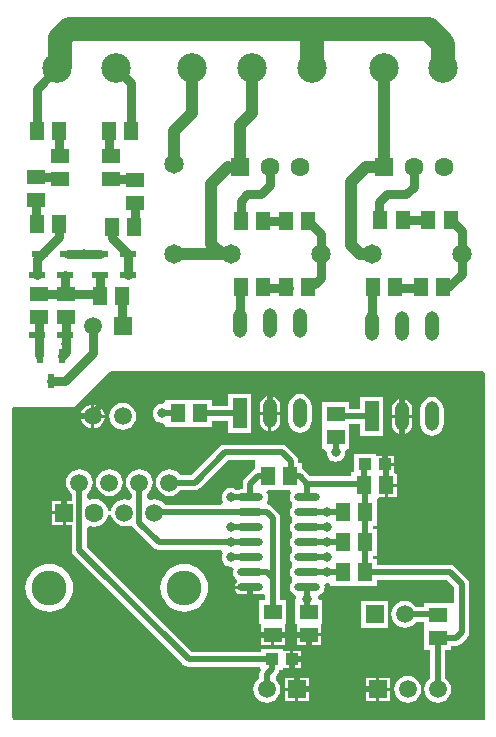
<source format=gbr>
%FSDAX24Y24*%
%MOIN*%
%SFA1B1*%

%IPPOS*%
%ADD10R,0.051200X0.059100*%
%ADD11O,0.086600X0.023600*%
%ADD12R,0.059100X0.051200*%
%ADD13R,0.057100X0.021700*%
%ADD14R,0.023600X0.051200*%
%ADD15R,0.043300X0.039400*%
%ADD16C,0.039400*%
%ADD17C,0.030000*%
%ADD18C,0.020000*%
%ADD19C,0.078700*%
%ADD20R,0.059100X0.059100*%
%ADD21C,0.059100*%
%ADD22R,0.059100X0.059100*%
%ADD23C,0.098400*%
%ADD24C,0.065000*%
%ADD25O,0.047200X0.098400*%
%ADD26R,0.047200X0.098400*%
%ADD27C,0.063000*%
%ADD28R,0.063000X0.063000*%
%ADD29C,0.116100*%
%ADD30C,0.063000*%
%ADD31C,0.059100*%
%ADD32R,0.059100X0.059100*%
%ADD33C,0.031500*%
%ADD37C,0.010000*%
%ADD62C,0.005000*%
%LNde-060418_copper_signal_top-1*%
%LPD*%
G54D62*
X015689Y011575D02*
X015723Y011541D01*
Y000025*
X000081*
X000025Y000081*
Y010374*
X002110Y010375*
X003310Y011575*
X015689*
G54D37*
X015668Y011525D02*
X015673Y011520D01*
Y000075*
X000102*
X000075Y000102*
Y010324*
X002131Y010325*
X003331Y011525*
X015668*
G54D18*
X015627Y011425D02*
X015573Y011479D01*
Y000174*
X000143Y000175*
X000175Y000143*
Y010224*
X002172Y010225*
X003372Y011425*
X015627*
X000210Y000250D02*
X015550D01*
X000210Y000450D02*
X015550D01*
X000210Y000650D02*
X015550D01*
X000210Y000850D02*
X015550D01*
X000210Y001050D02*
X015550D01*
X000210Y001250D02*
X015550D01*
X000210Y001450D02*
X015550D01*
X000210Y001650D02*
X015550D01*
X000210Y001850D02*
X015550D01*
X000210Y002050D02*
X015550D01*
X000210Y002250D02*
X015550D01*
X000210Y002450D02*
X015550D01*
X000210Y002650D02*
X015550D01*
X000210Y002850D02*
X015550D01*
X000210Y003050D02*
X015550D01*
X000210Y003250D02*
X015550D01*
X000210Y003450D02*
X015550D01*
X000210Y003650D02*
X015550D01*
X000210Y003850D02*
X015550D01*
X000210Y004050D02*
X015550D01*
X000210Y004250D02*
X015550D01*
X000210Y004450D02*
X015550D01*
X000210Y004650D02*
X015550D01*
X000210Y004850D02*
X015550D01*
X000210Y005050D02*
X015550D01*
X000210Y005250D02*
X015550D01*
X000210Y005450D02*
X015550D01*
X000210Y005650D02*
X015550D01*
X000210Y005850D02*
X015550D01*
X000210Y006050D02*
X015550D01*
X000210Y006250D02*
X015550D01*
X000210Y006450D02*
X015550D01*
X000210Y006650D02*
X015550D01*
X000210Y006850D02*
X015550D01*
X000210Y007050D02*
X015550D01*
X000210Y007250D02*
X015550D01*
X000210Y007450D02*
X015550D01*
X000210Y007650D02*
X015550D01*
X000210Y007850D02*
X015550D01*
X000210Y008050D02*
X015550D01*
X000210Y008250D02*
X015550D01*
X000210Y008450D02*
X015550D01*
X000210Y008650D02*
X015550D01*
X000210Y008850D02*
X015550D01*
X000210Y009050D02*
X015550D01*
X000210Y009250D02*
X015550D01*
X000210Y009450D02*
X015550D01*
X000210Y009650D02*
X015550D01*
X000210Y009850D02*
X015550D01*
X000210Y010050D02*
X015550D01*
X002210Y010250D02*
X015550D01*
X002410Y010450D02*
X015550D01*
X002610Y010650D02*
X015550D01*
X002810Y010850D02*
X015550D01*
X003010Y011050D02*
X015550D01*
X003210Y011250D02*
X015550D01*
%LNde-060418_copper_signal_top-2*%
%LPC*%
G36*
X010295Y002776D02*
X009950D01*
Y002470*
X010295*
Y002776*
G37*
G36*
X012545Y003945D02*
X011655D01*
Y003055*
X012545*
Y003945*
G37*
G36*
X009850Y002776D02*
X009505D01*
Y002470*
X009850*
Y002776*
G37*
G36*
X008650D02*
X008305D01*
Y002470*
X008650*
Y002776*
G37*
G36*
X009095D02*
X008750D01*
Y002470*
X009095*
Y002776*
G37*
G36*
X001700Y006840D02*
X001355D01*
Y006494*
X001700*
Y006840*
G37*
G36*
Y007285D02*
X001355D01*
Y006940*
X001700*
Y007285*
G37*
G36*
X007905Y004350D02*
X007428D01*
X007435Y004315*
X007483Y004243*
X007555Y004195*
X007640Y004178*
X007905*
Y004350*
G37*
G36*
X001250Y005183D02*
X001095Y005168D01*
X000946Y005123*
X000809Y005049*
X000689Y004951*
X000590Y004830*
X000517Y004693*
X000472Y004544*
X000456Y004390*
X000472Y004235*
X000517Y004086*
X000590Y003949*
X000689Y003828*
X000809Y003730*
X000946Y003656*
X001095Y003611*
X001250Y003596*
X001405Y003611*
X001554Y003656*
X001691Y003730*
X001811Y003828*
X001910Y003949*
X001983Y004086*
X002028Y004235*
X002044Y004390*
X002028Y004544*
X001983Y004693*
X001910Y004830*
X001811Y004951*
X001691Y005049*
X001554Y005123*
X001405Y005168*
X001250Y005183*
G37*
G36*
X005750D02*
X005595Y005168D01*
X005446Y005123*
X005309Y005049*
X005189Y004951*
X005090Y004830*
X005017Y004693*
X004972Y004544*
X004956Y004390*
X004972Y004235*
X005017Y004086*
X005090Y003949*
X005189Y003828*
X005309Y003730*
X005446Y003656*
X005595Y003611*
X005750Y003596*
X005905Y003611*
X006054Y003656*
X006191Y003730*
X006311Y003828*
X006410Y003949*
X006483Y004086*
X006528Y004235*
X006544Y004390*
X006528Y004544*
X006483Y004693*
X006410Y004830*
X006311Y004951*
X006191Y005049*
X006054Y005123*
X005905Y005168*
X005750Y005183*
G37*
G36*
X009651Y002297D02*
X009385D01*
Y002050*
X009651*
Y002297*
G37*
G36*
X012150Y000950D02*
X011805D01*
Y000605*
X012150*
Y000950*
G37*
G36*
X012595D02*
X012250D01*
Y000605*
X012595*
Y000950*
G37*
G36*
X009895D02*
X009550D01*
Y000605*
X009895*
Y000950*
G37*
G36*
X013200Y001449D02*
X013084Y001434D01*
X012975Y001389*
X012882Y001318*
X012811Y001225*
X012766Y001116*
X012751Y001000*
X012766Y000884*
X012811Y000775*
X012882Y000682*
X012975Y000611*
X013084Y000566*
X013200Y000551*
X013316Y000566*
X013425Y000611*
X013518Y000682*
X013589Y000775*
X013634Y000884*
X013649Y001000*
X013634Y001116*
X013589Y001225*
X013518Y001318*
X013425Y001389*
X013316Y001434*
X013200Y001449*
G37*
G36*
X009450Y000950D02*
X009105D01*
Y000605*
X009450*
Y000950*
G37*
G36*
X012595Y001395D02*
X012250D01*
Y001050*
X012595*
Y001395*
G37*
G36*
X009651Y001950D02*
X009385D01*
Y001703*
X009651*
Y001950*
G37*
G36*
X012150Y001395D02*
X011805D01*
Y001050*
X012150*
Y001395*
G37*
G36*
X009450D02*
X009105D01*
Y001050*
X009450*
Y001395*
G37*
G36*
X009895D02*
X009550D01*
Y001050*
X009895*
Y001395*
G37*
G36*
X002750Y010492D02*
Y010150D01*
X003092*
X003085Y010203*
X003045Y010299*
X002982Y010382*
X002899Y010445*
X002803Y010485*
X002750Y010492*
G37*
G36*
X012950Y010688D02*
X012912Y010683D01*
X012830Y010650*
X012760Y010596*
X012706Y010525*
X012672Y010444*
X012661Y010356*
Y010150*
X012950*
Y010688*
G37*
G36*
X002650Y010492D02*
X002597Y010485D01*
X002501Y010445*
X002418Y010382*
X002355Y010299*
X002315Y010203*
X002308Y010150*
X002650*
Y010492*
G37*
G36*
Y010050D02*
X002308D01*
X002315Y009997*
X002355Y009901*
X002418Y009818*
X002501Y009755*
X002597Y009715*
X002650Y009708*
Y010050*
G37*
G36*
X003092D02*
X002750D01*
Y009708*
X002803Y009715*
X002899Y009755*
X002982Y009818*
X003045Y009901*
X003085Y009997*
X003092Y010050*
G37*
G36*
X012386Y010742D02*
X011614D01*
Y010355*
X011245*
Y010580*
X010355*
Y009768*
Y009020*
X010417*
X010493Y008920*
X010490Y008900*
X010500Y008820*
X010531Y008745*
X010581Y008681*
X010645Y008631*
X010720Y008600*
X010800Y008590*
X010880Y008600*
X010955Y008631*
X011019Y008681*
X011069Y008745*
X011100Y008820*
X011110Y008900*
X011107Y008920*
X011183Y009020*
X011245*
Y009845*
X011614*
Y009458*
X012386*
Y010742*
G37*
G36*
X007986Y010842D02*
X007214D01*
Y010455*
X006680*
Y010645*
X005120*
Y010583*
X005020Y010507*
X005000Y010510*
X004920Y010500*
X004845Y010469*
X004781Y010419*
X004731Y010355*
X004700Y010280*
X004690Y010200*
X004700Y010120*
X004731Y010045*
X004781Y009981*
X004845Y009931*
X004920Y009900*
X005000Y009890*
X005020Y009893*
X005120Y009817*
Y009755*
X006680*
Y009945*
X007214*
Y009558*
X007986*
Y010842*
G37*
G36*
X008650Y010788D02*
Y010250D01*
X008939*
Y010456*
X008928Y010544*
X008894Y010625*
X008840Y010696*
X008770Y010750*
X008688Y010783*
X008650Y010788*
G37*
G36*
X013050Y010688D02*
Y010150D01*
X013339*
Y010356*
X013328Y010444*
X013294Y010525*
X013240Y010596*
X013170Y010650*
X013088Y010683*
X013050Y010688*
G37*
G36*
X008550Y010788D02*
X008512Y010783D01*
X008430Y010750*
X008360Y010696*
X008306Y010625*
X008272Y010544*
X008261Y010456*
Y010250*
X008550*
Y010788*
G37*
G36*
X003700Y010549D02*
X003584Y010534D01*
X003475Y010489*
X003382Y010418*
X003311Y010325*
X003266Y010216*
X003251Y010100*
X003266Y009984*
X003311Y009875*
X003382Y009782*
X003475Y009711*
X003584Y009666*
X003700Y009651*
X003816Y009666*
X003925Y009711*
X004018Y009782*
X004089Y009875*
X004134Y009984*
X004149Y010100*
X004134Y010216*
X004089Y010325*
X004018Y010418*
X003925Y010489*
X003816Y010534*
X003700Y010549*
G37*
G36*
X012751Y008797D02*
X012485D01*
Y008550*
X012751*
Y008797*
G37*
G36*
X014000Y010745D02*
X013899Y010732D01*
X013805Y010693*
X013725Y010631*
X013663Y010551*
X013624Y010457*
X013610Y010356*
Y009844*
X013624Y009743*
X013663Y009649*
X013725Y009569*
X013805Y009507*
X013899Y009468*
X014000Y009455*
X014101Y009468*
X014195Y009507*
X014275Y009569*
X014337Y009649*
X014376Y009743*
X014390Y009844*
Y010356*
X014376Y010457*
X014337Y010551*
X014275Y010631*
X014195Y010693*
X014101Y010732*
X014000Y010745*
G37*
G36*
X009000Y009155D02*
X007100D01*
X007002Y009135*
X006920Y009080*
X005984Y008145*
X005616*
X005568Y008207*
X005475Y008279*
X005366Y008323*
X005250Y008339*
X005134Y008323*
X005025Y008279*
X004932Y008207*
X004861Y008114*
X004816Y008006*
X004801Y007890*
X004816Y007773*
X004861Y007665*
X004932Y007572*
X005025Y007501*
X005134Y007456*
X005250Y007440*
X005366Y007456*
X005475Y007501*
X005568Y007572*
X005616Y007635*
X006090*
X006187Y007654*
X006270Y007709*
X007206Y008645*
X008120*
Y008545*
Y008339*
X008102Y008335*
X008020Y008280*
X007775Y008035*
X007720Y007953*
X007700Y007855*
Y007670*
X007640*
X007570Y007661*
X007555Y007655*
X007473*
X007455Y007669*
X007380Y007700*
X007300Y007710*
X007220Y007700*
X007145Y007669*
X007081Y007619*
X007031Y007555*
X007000Y007480*
X006990Y007400*
X007000Y007320*
X007027Y007255*
X007013Y007216*
X006974Y007155*
X005108*
X005068Y007207*
X004975Y007279*
X004866Y007323*
X004750Y007339*
X004634Y007323*
X004605Y007311*
X004505Y007378*
Y007524*
X004568Y007572*
X004639Y007665*
X004684Y007773*
X004699Y007890*
X004684Y008006*
X004639Y008114*
X004568Y008207*
X004475Y008279*
X004366Y008323*
X004250Y008339*
X004134Y008323*
X004025Y008279*
X003932Y008207*
X003861Y008114*
X003816Y008006*
X003801Y007890*
X003816Y007773*
X003861Y007665*
X003932Y007572*
X003995Y007524*
Y007378*
X003895Y007311*
X003866Y007323*
X003750Y007339*
X003634Y007323*
X003525Y007279*
X003432Y007207*
X003361Y007114*
X003316Y007006*
X003310Y006962*
X003210*
X003203Y007011*
X003156Y007124*
X003082Y007221*
X002984Y007296*
X002871Y007343*
X002750Y007359*
X002629Y007343*
X002600Y007331*
X002500Y007398*
Y007520*
X002568Y007572*
X002639Y007665*
X002684Y007773*
X002699Y007890*
X002684Y008006*
X002639Y008114*
X002568Y008207*
X002475Y008279*
X002366Y008323*
X002250Y008339*
X002134Y008323*
X002025Y008279*
X001932Y008207*
X001861Y008114*
X001816Y008006*
X001801Y007890*
X001816Y007773*
X001861Y007665*
X001932Y007572*
X001990Y007528*
Y007285*
X001800*
Y006890*
Y006494*
X001990*
Y005655*
X002010Y005557*
X002065Y005474*
X005720Y001820*
X005802Y001765*
X005900Y001745*
X008273*
X008276Y001732*
X008292Y001638*
X008264Y001598*
X008259Y001570*
X008255Y001548*
X008245Y001500*
Y001366*
X008182Y001318*
X008111Y001225*
X008066Y001116*
X008051Y001000*
X008066Y000884*
X008111Y000775*
X008182Y000682*
X008275Y000611*
X008384Y000566*
X008500Y000551*
X008616Y000566*
X008725Y000611*
X008818Y000682*
X008889Y000775*
X008934Y000884*
X008949Y001000*
X008934Y001116*
X008889Y001225*
X008818Y001318*
X008815Y001319*
X008808Y001447*
X008846Y001485*
X008901Y001568*
X008918Y001653*
X009032*
Y001703*
X009285*
Y002000*
Y002297*
X009032*
Y002347*
X008299*
Y002255*
X006006*
X002500Y005760*
Y006382*
X002600Y006448*
X002629Y006437*
X002750Y006421*
X002871Y006437*
X002984Y006483*
X003082Y006558*
X003156Y006655*
X003203Y006768*
X003210Y006818*
X003310*
X003316Y006773*
X003361Y006665*
X003432Y006572*
X003525Y006501*
X003634Y006456*
X003750Y006440*
X003866Y006456*
X003908Y006473*
X004011Y006453*
X004035Y006421*
X004070Y006370*
X004720Y005720*
X004802Y005665*
X004900Y005645*
X006974*
X007013Y005584*
X007027Y005545*
X007000Y005480*
X006990Y005400*
X007000Y005320*
X007031Y005245*
X007081Y005181*
X007145Y005131*
X007220Y005100*
X007300Y005090*
X007326Y005093*
X007343Y005081*
X007392Y005001*
X007379Y004970*
X007370Y004900*
X007379Y004830*
X007406Y004765*
X007449Y004709*
X007487Y004680*
X007497Y004608*
X007492Y004563*
X007483Y004557*
X007435Y004485*
X007428Y004450*
X007955*
Y004400*
X008005*
Y004178*
X008270*
X008345Y004193*
X008364Y004189*
X008445Y004134*
Y003980*
X008255*
Y003168*
X008305*
Y002876*
X009095*
Y003168*
X009145*
Y003980*
X008955*
Y004700*
Y006700*
X008935Y006798*
X008880Y006880*
X008680Y007080*
X008598Y007135*
X008539Y007147*
X008497Y007234*
Y007255*
X008504Y007265*
X008531Y007330*
X008540Y007400*
X008531Y007470*
X008504Y007535*
X008489Y007555*
X008536Y007655*
X009264*
X009311Y007555*
X009296Y007535*
X009269Y007470*
X009259Y007400*
X009269Y007330*
X009296Y007265*
X009339Y007209*
Y007091*
X009296Y007035*
X009269Y006970*
X009259Y006900*
X009269Y006830*
X009296Y006765*
X009339Y006709*
Y006591*
X009296Y006535*
X009269Y006470*
X009259Y006400*
X009269Y006330*
X009296Y006265*
X009339Y006209*
Y006091*
X009296Y006035*
X009269Y005970*
X009259Y005900*
X009269Y005830*
X009296Y005765*
X009339Y005709*
Y005591*
X009296Y005535*
X009269Y005470*
X009259Y005400*
X009269Y005330*
X009296Y005265*
X009339Y005209*
Y005091*
X009296Y005035*
X009269Y004970*
X009259Y004900*
X009269Y004830*
X009296Y004765*
X009339Y004709*
Y004591*
X009296Y004535*
X009269Y004470*
X009259Y004400*
X009269Y004330*
X009296Y004265*
X009339Y004209*
X009395Y004166*
X009443Y004146*
X009480Y004067*
X009487Y004041*
X009455Y003980*
Y003168*
X009505*
Y002876*
X010295*
Y003168*
X010345*
Y003980*
X010235*
X010203Y004041*
X010210Y004067*
X010247Y004146*
X010295Y004166*
X010351Y004209*
X010394Y004265*
X010421Y004330*
X010430Y004400*
X010421Y004470*
X010482Y004558*
X010542Y004569*
X010620Y004506*
Y004455*
X012180*
Y004645*
X014494*
X014745Y004394*
Y003880*
X014645*
X013755*
Y003755*
X013466*
X013418Y003818*
X013325Y003889*
X013216Y003934*
X013100Y003949*
X012984Y003934*
X012875Y003889*
X012782Y003818*
X012711Y003725*
X012666Y003616*
X012651Y003500*
X012666Y003384*
X012711Y003275*
X012782Y003182*
X012875Y003111*
X012984Y003066*
X013100Y003051*
X013216Y003066*
X013325Y003111*
X013418Y003182*
X013466Y003245*
X013755*
Y003068*
Y002320*
X013945*
Y001366*
X013882Y001318*
X013811Y001225*
X013766Y001116*
X013751Y001000*
X013766Y000884*
X013811Y000775*
X013882Y000682*
X013975Y000611*
X014084Y000566*
X014200Y000551*
X014316Y000566*
X014425Y000611*
X014518Y000682*
X014589Y000775*
X014634Y000884*
X014649Y001000*
X014634Y001116*
X014589Y001225*
X014518Y001318*
X014455Y001366*
Y002320*
X014645*
Y002445*
X014800*
X014898Y002465*
X014980Y002520*
X015180Y002720*
X015236Y002802*
X015255Y002900*
Y004500*
X015236Y004598*
X015180Y004680*
X014780Y005080*
X014698Y005135*
X014600Y005155*
X012180*
Y005345*
X012029*
Y005455*
X012180*
Y006345*
X012029*
Y006455*
X012180*
Y007345*
X012255Y007405*
X012424*
Y007800*
X012474*
Y007850*
X012830*
Y008195*
X012751Y008203*
Y008450*
X012435*
Y008500*
X012385*
Y008797*
X012132*
Y008847*
X011399*
Y008245*
X011320*
Y008110*
X009950*
X009780Y008280*
X009698Y008335*
X009680Y008339*
Y008545*
X009555*
Y008600*
X009535Y008698*
X009480Y008780*
X009180Y009080*
X009098Y009135*
X009000Y009155*
G37*
G36*
X012830Y007750D02*
X012524D01*
Y007405*
X012830*
Y007750*
G37*
G36*
X003250Y008339D02*
X003134Y008323D01*
X003025Y008279*
X002932Y008207*
X002861Y008114*
X002816Y008006*
X002801Y007890*
X002816Y007773*
X002861Y007665*
X002932Y007572*
X003025Y007501*
X003134Y007456*
X003250Y007440*
X003366Y007456*
X003475Y007501*
X003568Y007572*
X003639Y007665*
X003684Y007773*
X003699Y007890*
X003684Y008006*
X003639Y008114*
X003568Y008207*
X003475Y008279*
X003366Y008323*
X003250Y008339*
G37*
G36*
X008550Y010150D02*
X008261D01*
Y009944*
X008272Y009856*
X008306Y009775*
X008360Y009704*
X008430Y009650*
X008512Y009617*
X008550Y009612*
Y010150*
G37*
G36*
X008939D02*
X008650D01*
Y009612*
X008688Y009617*
X008770Y009650*
X008840Y009704*
X008894Y009775*
X008928Y009856*
X008939Y009944*
Y010150*
G37*
G36*
X009600Y010845D02*
X009499Y010832D01*
X009405Y010793*
X009325Y010731*
X009263Y010651*
X009224Y010557*
X009210Y010456*
Y009944*
X009224Y009843*
X009263Y009749*
X009325Y009669*
X009405Y009607*
X009499Y009568*
X009600Y009555*
X009701Y009568*
X009795Y009607*
X009875Y009669*
X009937Y009749*
X009976Y009843*
X009990Y009944*
Y010456*
X009976Y010557*
X009937Y010651*
X009875Y010731*
X009795Y010793*
X009701Y010832*
X009600Y010845*
G37*
G36*
X012950Y010050D02*
X012661D01*
Y009844*
X012672Y009756*
X012706Y009675*
X012760Y009604*
X012830Y009550*
X012912Y009517*
X012950Y009512*
Y010050*
G37*
G36*
X013339D02*
X013050D01*
Y009512*
X013088Y009517*
X013170Y009550*
X013240Y009604*
X013294Y009675*
X013328Y009756*
X013339Y009844*
Y010050*
G37*
%LNde-060418_copper_signal_top-3*%
%LPD*%
G54D10*
X011774Y004900D03*
X011026D03*
X009274Y008100D03*
X008526D03*
X003226Y019600D03*
X003974D03*
X003326Y016400D03*
X004074D03*
X003674Y014100D03*
X002926D03*
X001574Y019600D03*
X000826D03*
X001574Y016500D03*
X000826D03*
X008374Y016600D03*
X007626D03*
X009874D03*
X009126D03*
Y014400D03*
X009874D03*
X007626D03*
X008374D03*
X011774Y005900D03*
X011026D03*
X012474Y007800D03*
X011726D03*
X006274Y010200D03*
X005526D03*
X013024Y016650D03*
X012276D03*
X014624D03*
X013876D03*
X013626Y014400D03*
X014374D03*
X012026D03*
X012774D03*
X011774Y006900D03*
X011026D03*
G54D11*
X009845Y004400D03*
Y004900D03*
Y005400D03*
Y005900D03*
Y006400D03*
Y006900D03*
Y007400D03*
X007955Y004400D03*
Y004900D03*
Y005400D03*
Y005900D03*
Y006400D03*
Y006900D03*
Y007400D03*
G54D12*
X003300Y018026D03*
Y018774D03*
X004100Y017226D03*
Y017974D03*
X000900Y013426D03*
Y014174D03*
X001800Y013426D03*
Y014174D03*
X009900Y003574D03*
Y002826D03*
X008700Y003574D03*
Y002826D03*
X001600Y018026D03*
Y018774D03*
X000800Y017326D03*
Y018074D03*
X010800Y010174D03*
Y009426D03*
X014200Y002726D03*
Y003474D03*
G54D13*
X003863Y014800D03*
X002937D03*
X000837D03*
X001763D03*
X000837Y012800D03*
X001763D03*
X002937Y015500D03*
X003863D03*
X001863D03*
X000937D03*
G54D14*
X001674Y012113D03*
X000926D03*
X001300Y011287D03*
G54D15*
X011765Y008500D03*
X012435D03*
X008665Y002000D03*
X009335D03*
G54D16*
X007000Y015500D02*
X007300D01*
X006650Y015850D02*
X007000Y015500D01*
X006650Y015850D02*
Y017850D01*
X007200Y018400*
X011600Y015500D02*
X012000D01*
X011300Y015800D02*
X011600Y015500D01*
X011300Y015800D02*
Y017900D01*
X011800Y018400*
X012400*
Y021684*
X007600Y018400D02*
Y019800D01*
X008000Y020200*
Y021700*
X005400Y018500D02*
Y019600D01*
X006000Y020200*
Y021700*
X005400Y015500D02*
X007300D01*
G54D17*
X010300Y014700D02*
Y015500D01*
X010100Y014500D02*
X010300Y014700D01*
X009874Y014500D02*
X010100D01*
X015000Y014850D02*
Y015500D01*
X014550Y014400D02*
X015000Y014850D01*
X014374Y014400D02*
X014550D01*
X012500Y017500D02*
X013150D01*
X012250Y017250D02*
X012500Y017500D01*
X012250Y016724D02*
Y017250D01*
X014624Y016650D02*
X015000Y016274D01*
Y015500D02*
Y016274D01*
X013400Y017750D02*
Y018400D01*
X013150Y017500D02*
X013400Y017750D01*
X008600Y017800D02*
Y018400D01*
X008300Y017500D02*
X008600Y017800D01*
X007850Y017500D02*
X008300D01*
X007626Y017276D02*
X007850Y017500D01*
X007626Y016600D02*
Y017276D01*
X007200Y018400D02*
X007600D01*
X002700Y012200D02*
Y013100D01*
X001787Y011287D02*
X002700Y012200D01*
X001300Y011287D02*
X001787D01*
X000826Y019600D02*
Y021010D01*
X001516Y021700*
X003974Y019600D02*
Y021210D01*
X003484Y021700D02*
X003974Y021210D01*
X001574Y018800D02*
Y019600D01*
Y018800D02*
X001600Y018774D01*
X003226Y018848D02*
Y019600D01*
X000800Y018074D02*
X001552D01*
X001600Y018026*
X000800Y016526D02*
Y017326D01*
X003300Y018026D02*
X003352Y017974D01*
X004100Y016426D02*
Y017226D01*
X001574Y016074D02*
Y016500D01*
X000837Y015337D02*
X001574Y016074D01*
X000837Y014800D02*
Y015337D01*
X003326Y016037D02*
Y016400D01*
Y016037D02*
X003863Y015500D01*
Y014800D02*
Y015500D01*
X001800Y014174D02*
X002852D01*
X001763Y014211D02*
Y014800D01*
X000900Y014174D02*
X001800D01*
X002926Y014100D02*
Y014789D01*
X003674Y013126D02*
Y014100D01*
X000900Y012139D02*
Y013426D01*
X001674Y012113D02*
X001800Y012239D01*
X003300Y018026D02*
X004048D01*
X007600Y013200D02*
Y014474D01*
X008474Y014365D02*
X009226D01*
X009874Y016600D02*
X010300Y016174D01*
Y015500D02*
Y016174D01*
X008374Y016600D02*
X009126D01*
X012000Y013100D02*
Y014374D01*
X012774Y014365D02*
X013626D01*
X013024Y016650D02*
X013876D01*
X012400Y021684D02*
X012416Y021700D01*
X001516D02*
X001600Y021784D01*
X001800Y012239D02*
Y012500D01*
Y013426*
X001863Y015500D02*
X002400D01*
X002937*
G54D18*
X007300Y007400D02*
X007955D01*
X004760Y006900D02*
X007955D01*
X003600Y011100D02*
X008600D01*
X002700Y010200D02*
X003600Y011100D01*
X002700Y010100D02*
Y010200D01*
X008700Y003574D02*
Y004700D01*
X008500Y004900D02*
X008700Y004700D01*
X007955Y004900D02*
X008500D01*
X007955Y007400D02*
Y007855D01*
X008200Y008100*
X008526*
X009274D02*
X009600D01*
X009845Y007855*
Y007400D02*
Y007855D01*
X011671*
X011726Y007800*
Y008461*
X011774Y004900D02*
Y005900D01*
Y006900*
Y007752*
X012474Y007800D02*
Y008461D01*
X013000Y009400D02*
Y010100D01*
X012435Y008835D02*
X013000Y009400D01*
X012435Y008500D02*
Y008835D01*
X010874Y010100D02*
X012000D01*
X010800Y010174D02*
X010874Y010100D01*
X006274Y010200D02*
X007600D01*
X004250Y006550D02*
X004900Y005900D01*
X004250Y006550D02*
Y007890D01*
X007955Y006900D02*
X008500D01*
X008700Y006700*
Y004700D02*
Y006700D01*
X008500Y001000D02*
Y001500D01*
X008665Y001665*
Y002000*
X002245Y005655D02*
X005900Y002000D01*
X008665*
X013100Y003500D02*
X014174D01*
X014200Y001000D02*
Y002726D01*
X008700Y002826D02*
X009900D01*
Y002200D02*
Y002826D01*
X009700Y002000D02*
X009900Y002200D01*
X009335Y002000D02*
X009700D01*
X009335Y001665D02*
Y002000D01*
Y001665D02*
X009500Y001500D01*
Y001000D02*
Y001500D01*
Y001000D02*
X012200D01*
X011774Y004900D02*
X014600D01*
X015000Y004500*
Y002900D02*
Y004500D01*
X014800Y002700D02*
X015000Y002900D01*
X014226Y002700D02*
X014800D01*
X014200Y002726D02*
X014226Y002700D01*
X001750Y006890D02*
Y007450D01*
X001500Y007700D02*
X001750Y007450D01*
X001500Y007700D02*
Y009700D01*
X001900Y010100*
X002700*
X012700Y011100D02*
X013000Y010800D01*
Y010100D02*
Y010800D01*
X008600Y010200D02*
Y011100D01*
X012700*
X005250Y007890D02*
X006090D01*
X007100Y008900*
X009000*
X009300Y008600*
Y008126D02*
Y008600D01*
X009274Y008100D02*
X009300Y008126D01*
X007300Y005400D02*
X007955D01*
X007300Y006400D02*
X007955D01*
X009845D02*
X010500D01*
X009845Y005400D02*
X010500D01*
X010800Y008900D02*
Y009426D01*
X008174Y002826D02*
X008700D01*
X007955Y003045D02*
X008174Y002826D01*
X007955Y003045D02*
Y004400D01*
X009845Y006900D02*
X010500D01*
X011026*
X009845Y005900D02*
X010500D01*
X011026*
X005000Y010200D02*
X005526D01*
X004900Y005900D02*
X007300D01*
X007955*
X009845Y003629D02*
Y004400D01*
Y004900D02*
X010500D01*
X011026*
X002245Y005655D02*
Y007890D01*
G54D19*
X014384Y021700D02*
Y022516D01*
X013900Y023000D02*
X014384Y022516D01*
X001600Y022700D02*
X001900Y023000D01*
X001600Y021784D02*
Y022700D01*
X010000Y021700D02*
Y023000D01*
X001900D02*
X010000D01*
X013900*
G54D20*
X012200Y001000D03*
X012100Y003500D03*
X009500Y001000D03*
G54D21*
X013200Y001000D03*
X014200D03*
X002700Y010100D03*
X003700D03*
X002700Y013100D03*
X013100Y003500D03*
X008500Y001000D03*
G54D22*
X003700Y013100D03*
G54D23*
X001516Y021700D03*
X003484D03*
X010000D03*
X008000D03*
X006000D03*
X014384D03*
X012416D03*
G54D24*
X005400Y018500D03*
Y015500D03*
X010300D03*
X007300D03*
X015000D03*
X012000D03*
G54D25*
X009600Y013200D03*
X008600D03*
X007600D03*
X009600Y010200D03*
X008600D03*
X014000Y013100D03*
X013000D03*
X012000D03*
X014000Y010100D03*
X013000D03*
G54D26*
X007600Y010200D03*
X012000Y010100D03*
G54D27*
X009600Y018400D03*
X008600D03*
X014400D03*
X013400D03*
G54D28*
X007600Y018400D03*
X012400D03*
G54D29*
X005750Y004390D03*
X001250D03*
G54D30*
X002750Y006890D03*
G54D31*
X003750Y006890D03*
X003250Y007890D03*
X004250D03*
X004750Y006890D03*
X002250Y007890D03*
X005250D03*
G54D32*
X001750Y006890D03*
G54D33*
X007300Y007400D03*
X002400Y015500D03*
X001800Y012500D03*
X007300Y006400D03*
Y005400D03*
X010500D03*
Y006400D03*
X010800Y008900D03*
X010500Y006900D03*
Y005900D03*
Y004900D03*
X005000Y010200D03*
X007300Y005900D03*
X009845Y004015D03*
M02*
</source>
